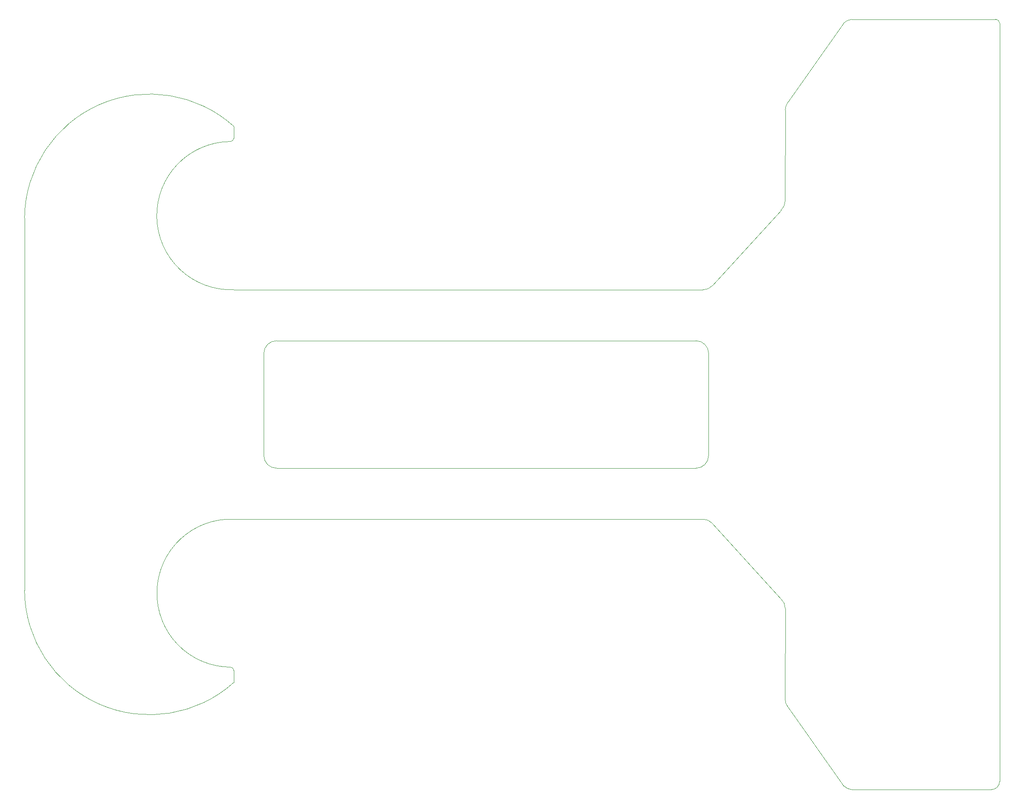
<source format=gbr>
%TF.GenerationSoftware,KiCad,Pcbnew,8.0.0*%
%TF.CreationDate,2024-03-17T01:00:07+02:00*%
%TF.ProjectId,FollowTheLine,466f6c6c-6f77-4546-9865-4c696e652e6b,rev?*%
%TF.SameCoordinates,Original*%
%TF.FileFunction,Profile,NP*%
%FSLAX46Y46*%
G04 Gerber Fmt 4.6, Leading zero omitted, Abs format (unit mm)*
G04 Created by KiCad (PCBNEW 8.0.0) date 2024-03-17 01:00:07*
%MOMM*%
%LPD*%
G01*
G04 APERTURE LIST*
%TA.AperFunction,Profile*%
%ADD10C,0.050000*%
%TD*%
G04 APERTURE END LIST*
D10*
X240353629Y-163093629D02*
G75*
G02*
X238753629Y-164693629I-1600029J29D01*
G01*
X198342459Y-49289483D02*
X198369877Y-31508042D01*
X198906416Y-148535447D02*
G75*
G02*
X198344855Y-146916958I1977084J1592647D01*
G01*
X209865593Y-14397562D02*
X198931415Y-29889552D01*
X209865594Y-14397563D02*
G75*
G02*
X211370634Y-13705014I1755106J-1832537D01*
G01*
X96235000Y-99200000D02*
X96235000Y-79200000D01*
X90357051Y-36981004D02*
G75*
G02*
X89682051Y-37656051I-675051J4D01*
G01*
X198367459Y-129185517D02*
X198344877Y-146916958D01*
X90359347Y-143683300D02*
G75*
G02*
X49359346Y-125683301I-16457367J18208220D01*
G01*
X180860000Y-76700000D02*
G75*
G02*
X183360000Y-79200000I0J-2500000D01*
G01*
X90360000Y-66700000D02*
X182260069Y-66718359D01*
X183360000Y-99200000D02*
G75*
G02*
X180860000Y-101700000I-2500000J0D01*
G01*
X239610000Y-13700000D02*
G75*
G02*
X240360000Y-14450000I0J-750000D01*
G01*
X90359026Y-111691583D02*
X182249483Y-111692541D01*
X49359348Y-52683301D02*
X49359348Y-125683301D01*
X240360000Y-14450000D02*
X240353629Y-163093629D01*
X239610000Y-13700000D02*
X211370636Y-13705033D01*
X90360000Y-66699999D02*
G75*
G02*
X89682051Y-37656004I-565970J14516699D01*
G01*
X183360000Y-79200000D02*
X183360000Y-99200000D01*
X96235000Y-79200000D02*
G75*
G02*
X98735000Y-76700000I2500000J0D01*
G01*
X184105435Y-65904921D02*
G75*
G02*
X182260069Y-66718359I-1820435J1629921D01*
G01*
X197529021Y-51134849D02*
X184105435Y-65904921D01*
X211370636Y-164694967D02*
G75*
G02*
X209865604Y-164002427I249964J2524867D01*
G01*
X90359348Y-34683301D02*
X90357051Y-36981004D01*
X180860000Y-76700000D02*
X98735000Y-76700000D01*
X90357051Y-141360598D02*
X90359348Y-143683301D01*
X197554020Y-127340152D02*
G75*
G02*
X198367469Y-129185517I-1629920J-1820448D01*
G01*
X238753629Y-164693629D02*
X211370636Y-164694967D01*
X198369878Y-31508042D02*
G75*
G02*
X198931436Y-29889569I2538322J25942D01*
G01*
X98735000Y-101700000D02*
X180860000Y-101700000D01*
X197554021Y-127340151D02*
X184094849Y-112505979D01*
X209865593Y-164002438D02*
X198906415Y-148535448D01*
X49359348Y-52683301D02*
G75*
G02*
X90359348Y-34683301I24542627J-208205D01*
G01*
X89682051Y-140685598D02*
G75*
G02*
X90357002Y-141360598I49J-674902D01*
G01*
X182249483Y-111692541D02*
G75*
G02*
X184094866Y-112505964I24917J-2443459D01*
G01*
X98735000Y-101700000D02*
G75*
G02*
X96235000Y-99200000I0J2500000D01*
G01*
X89682051Y-140685597D02*
G75*
G02*
X90359026Y-111691581I111979J14502297D01*
G01*
X198342459Y-49289483D02*
G75*
G02*
X197529036Y-51134866I-2443459J-24917D01*
G01*
M02*

</source>
